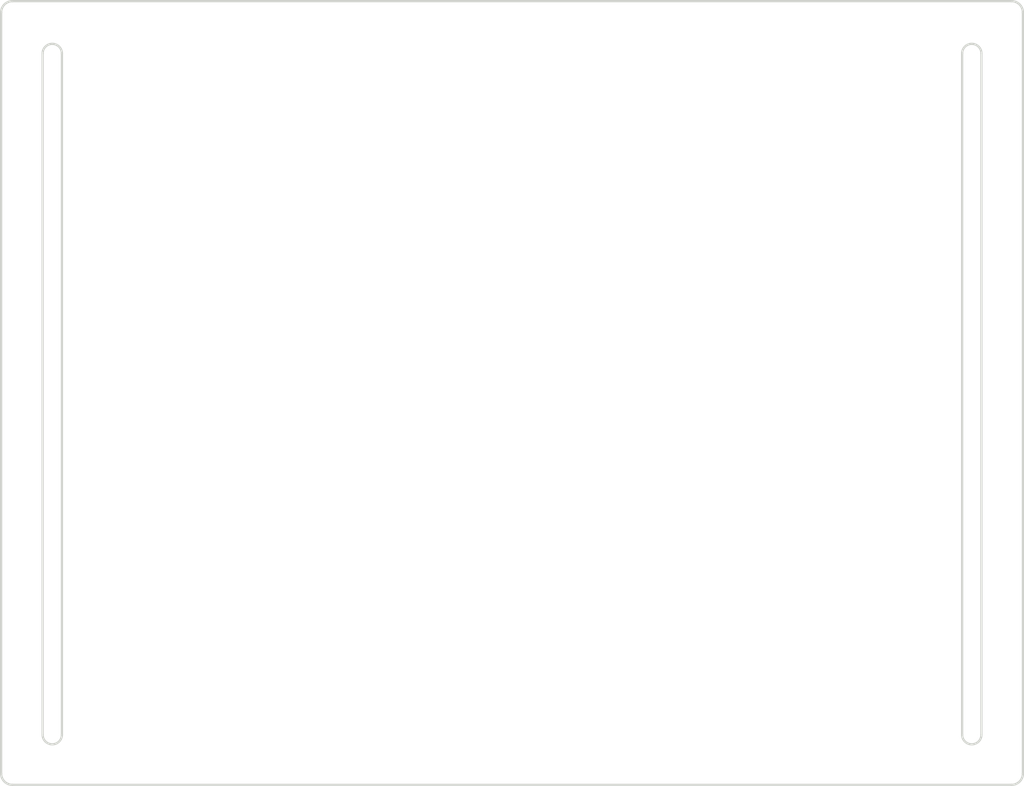
<source format=kicad_pcb>
(kicad_pcb (version 20171130) (host pcbnew "(5.1.2-1)-1")

  (general
    (thickness 1.6)
    (drawings 16)
    (tracks 0)
    (zones 0)
    (modules 0)
    (nets 1)
  )

  (page A4)
  (layers
    (0 F.Cu signal)
    (31 B.Cu signal)
    (32 B.Adhes user)
    (33 F.Adhes user)
    (34 B.Paste user)
    (35 F.Paste user)
    (36 B.SilkS user)
    (37 F.SilkS user)
    (38 B.Mask user)
    (39 F.Mask user)
    (40 Dwgs.User user)
    (41 Cmts.User user)
    (42 Eco1.User user)
    (43 Eco2.User user)
    (44 Edge.Cuts user)
    (45 Margin user)
    (46 B.CrtYd user)
    (47 F.CrtYd user)
    (48 B.Fab user)
    (49 F.Fab user)
  )

  (setup
    (last_trace_width 0.25)
    (trace_clearance 0.2)
    (zone_clearance 0.508)
    (zone_45_only no)
    (trace_min 0.2)
    (via_size 0.8)
    (via_drill 0.4)
    (via_min_size 0.4)
    (via_min_drill 0.3)
    (uvia_size 0.3)
    (uvia_drill 0.1)
    (uvias_allowed no)
    (uvia_min_size 0.2)
    (uvia_min_drill 0.1)
    (edge_width 0.05)
    (segment_width 0.2)
    (pcb_text_width 0.3)
    (pcb_text_size 1.5 1.5)
    (mod_edge_width 0.12)
    (mod_text_size 1 1)
    (mod_text_width 0.15)
    (pad_size 1.524 1.524)
    (pad_drill 0.762)
    (pad_to_mask_clearance 0.051)
    (solder_mask_min_width 0.25)
    (aux_axis_origin 163.83 179.07)
    (visible_elements FFFFFF7F)
    (pcbplotparams
      (layerselection 0x01000_7ffffffe)
      (usegerberextensions false)
      (usegerberattributes false)
      (usegerberadvancedattributes false)
      (creategerberjobfile false)
      (excludeedgelayer true)
      (linewidth 0.100000)
      (plotframeref false)
      (viasonmask false)
      (mode 1)
      (useauxorigin false)
      (hpglpennumber 1)
      (hpglpenspeed 20)
      (hpglpendiameter 15.000000)
      (psnegative false)
      (psa4output false)
      (plotreference true)
      (plotvalue true)
      (plotinvisibletext false)
      (padsonsilk false)
      (subtractmaskfromsilk false)
      (outputformat 1)
      (mirror false)
      (drillshape 0)
      (scaleselection 1)
      (outputdirectory ""))
  )

  (net 0 "")

  (net_class Default "This is the default net class."
    (clearance 0.2)
    (trace_width 0.25)
    (via_dia 0.8)
    (via_drill 0.4)
    (uvia_dia 0.3)
    (uvia_drill 0.1)
  )

  (gr_arc (start 169.924153 104.339008) (end 169.924154 103.339008) (angle -90) (layer Edge.Cuts) (width 0.2))
  (gr_arc (start 257.924154 171.371497) (end 257.924154 172.371497) (angle -90) (layer Edge.Cuts) (width 0.2))
  (gr_line (start 257.924154 172.371497) (end 169.924154 172.371497) (layer Edge.Cuts) (width 0.2))
  (gr_line (start 172.578307 107.95) (end 172.578307 167.95) (layer Edge.Cuts) (width 0.2))
  (gr_arc (start 173.428307 167.95) (end 172.578307 167.95) (angle -180) (layer Edge.Cuts) (width 0.2))
  (gr_line (start 174.278307 107.95) (end 174.278307 167.95) (layer Edge.Cuts) (width 0.2))
  (gr_arc (start 257.924153 104.339008) (end 258.924153 104.339008) (angle -90) (layer Edge.Cuts) (width 0.2))
  (gr_line (start 168.924154 104.339008) (end 168.924154 171.371497) (layer Edge.Cuts) (width 0.2))
  (gr_arc (start 254.42 107.95) (end 255.27 107.95) (angle -180) (layer Edge.Cuts) (width 0.2))
  (gr_arc (start 169.924154 171.371498) (end 168.924154 171.371497) (angle -90) (layer Edge.Cuts) (width 0.2))
  (gr_line (start 258.924154 104.339008) (end 258.924154 171.371497) (layer Edge.Cuts) (width 0.2))
  (gr_line (start 257.924153 103.339008) (end 169.924154 103.339008) (layer Edge.Cuts) (width 0.2))
  (gr_arc (start 173.428307 107.95) (end 174.278307 107.95) (angle -180) (layer Edge.Cuts) (width 0.2))
  (gr_line (start 253.57 107.95) (end 253.57 167.95) (layer Edge.Cuts) (width 0.2))
  (gr_arc (start 254.42 167.95) (end 253.57 167.95) (angle -180) (layer Edge.Cuts) (width 0.2))
  (gr_line (start 255.27 107.95) (end 255.27 167.95) (layer Edge.Cuts) (width 0.2))

)

</source>
